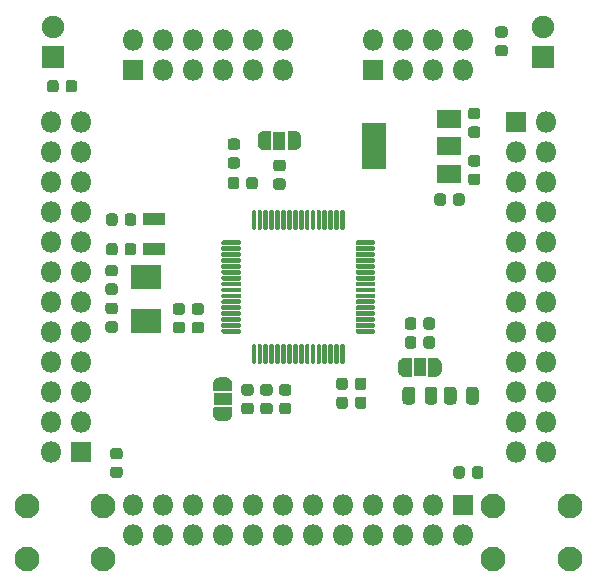
<source format=gbr>
%TF.GenerationSoftware,KiCad,Pcbnew,(5.1.6)-1*%
%TF.CreationDate,2020-11-19T20:50:07+01:00*%
%TF.ProjectId,F373RCT6_MSDB,46333733-5243-4543-965f-4d5344422e6b,rev?*%
%TF.SameCoordinates,Original*%
%TF.FileFunction,Soldermask,Top*%
%TF.FilePolarity,Negative*%
%FSLAX46Y46*%
G04 Gerber Fmt 4.6, Leading zero omitted, Abs format (unit mm)*
G04 Created by KiCad (PCBNEW (5.1.6)-1) date 2020-11-19 20:50:07*
%MOMM*%
%LPD*%
G01*
G04 APERTURE LIST*
%ADD10C,2.100000*%
%ADD11C,1.900000*%
%ADD12R,1.900000X1.900000*%
%ADD13O,1.800000X1.800000*%
%ADD14R,1.800000X1.800000*%
%ADD15R,2.100000X1.600000*%
%ADD16R,2.100000X3.900000*%
%ADD17R,1.900000X1.100000*%
%ADD18R,2.500000X2.100000*%
%ADD19R,1.100000X1.600000*%
%ADD20C,0.100000*%
%ADD21R,1.600000X1.100000*%
G04 APERTURE END LIST*
D10*
%TO.C,SW2*%
X157700000Y-116200000D03*
X157700000Y-120700000D03*
X151200000Y-116200000D03*
X151200000Y-120700000D03*
%TD*%
%TO.C,SW1*%
X118200000Y-116200000D03*
X118200000Y-120700000D03*
X111700000Y-116200000D03*
X111700000Y-120700000D03*
%TD*%
%TO.C,C19*%
G36*
G01*
X149400000Y-113681250D02*
X149400000Y-113118750D01*
G75*
G02*
X149643750Y-112875000I243750J0D01*
G01*
X150131250Y-112875000D01*
G75*
G02*
X150375000Y-113118750I0J-243750D01*
G01*
X150375000Y-113681250D01*
G75*
G02*
X150131250Y-113925000I-243750J0D01*
G01*
X149643750Y-113925000D01*
G75*
G02*
X149400000Y-113681250I0J243750D01*
G01*
G37*
G36*
G01*
X147825000Y-113681250D02*
X147825000Y-113118750D01*
G75*
G02*
X148068750Y-112875000I243750J0D01*
G01*
X148556250Y-112875000D01*
G75*
G02*
X148800000Y-113118750I0J-243750D01*
G01*
X148800000Y-113681250D01*
G75*
G02*
X148556250Y-113925000I-243750J0D01*
G01*
X148068750Y-113925000D01*
G75*
G02*
X147825000Y-113681250I0J243750D01*
G01*
G37*
%TD*%
%TO.C,C7*%
G36*
G01*
X119018750Y-112900000D02*
X119581250Y-112900000D01*
G75*
G02*
X119825000Y-113143750I0J-243750D01*
G01*
X119825000Y-113631250D01*
G75*
G02*
X119581250Y-113875000I-243750J0D01*
G01*
X119018750Y-113875000D01*
G75*
G02*
X118775000Y-113631250I0J243750D01*
G01*
X118775000Y-113143750D01*
G75*
G02*
X119018750Y-112900000I243750J0D01*
G01*
G37*
G36*
G01*
X119018750Y-111325000D02*
X119581250Y-111325000D01*
G75*
G02*
X119825000Y-111568750I0J-243750D01*
G01*
X119825000Y-112056250D01*
G75*
G02*
X119581250Y-112300000I-243750J0D01*
G01*
X119018750Y-112300000D01*
G75*
G02*
X118775000Y-112056250I0J243750D01*
G01*
X118775000Y-111568750D01*
G75*
G02*
X119018750Y-111325000I243750J0D01*
G01*
G37*
%TD*%
%TO.C,R5*%
G36*
G01*
X152181250Y-76600000D02*
X151618750Y-76600000D01*
G75*
G02*
X151375000Y-76356250I0J243750D01*
G01*
X151375000Y-75868750D01*
G75*
G02*
X151618750Y-75625000I243750J0D01*
G01*
X152181250Y-75625000D01*
G75*
G02*
X152425000Y-75868750I0J-243750D01*
G01*
X152425000Y-76356250D01*
G75*
G02*
X152181250Y-76600000I-243750J0D01*
G01*
G37*
G36*
G01*
X152181250Y-78175000D02*
X151618750Y-78175000D01*
G75*
G02*
X151375000Y-77931250I0J243750D01*
G01*
X151375000Y-77443750D01*
G75*
G02*
X151618750Y-77200000I243750J0D01*
G01*
X152181250Y-77200000D01*
G75*
G02*
X152425000Y-77443750I0J-243750D01*
G01*
X152425000Y-77931250D01*
G75*
G02*
X152181250Y-78175000I-243750J0D01*
G01*
G37*
%TD*%
%TO.C,R4*%
G36*
G01*
X114400000Y-80418750D02*
X114400000Y-80981250D01*
G75*
G02*
X114156250Y-81225000I-243750J0D01*
G01*
X113668750Y-81225000D01*
G75*
G02*
X113425000Y-80981250I0J243750D01*
G01*
X113425000Y-80418750D01*
G75*
G02*
X113668750Y-80175000I243750J0D01*
G01*
X114156250Y-80175000D01*
G75*
G02*
X114400000Y-80418750I0J-243750D01*
G01*
G37*
G36*
G01*
X115975000Y-80418750D02*
X115975000Y-80981250D01*
G75*
G02*
X115731250Y-81225000I-243750J0D01*
G01*
X115243750Y-81225000D01*
G75*
G02*
X115000000Y-80981250I0J243750D01*
G01*
X115000000Y-80418750D01*
G75*
G02*
X115243750Y-80175000I243750J0D01*
G01*
X115731250Y-80175000D01*
G75*
G02*
X115975000Y-80418750I0J-243750D01*
G01*
G37*
%TD*%
D11*
%TO.C,D2*%
X155450000Y-75660000D03*
D12*
X155450000Y-78200000D03*
%TD*%
D11*
%TO.C,D1*%
X113950000Y-75660000D03*
D12*
X113950000Y-78200000D03*
%TD*%
%TO.C,C9*%
G36*
G01*
X138900000Y-105618750D02*
X138900000Y-106181250D01*
G75*
G02*
X138656250Y-106425000I-243750J0D01*
G01*
X138168750Y-106425000D01*
G75*
G02*
X137925000Y-106181250I0J243750D01*
G01*
X137925000Y-105618750D01*
G75*
G02*
X138168750Y-105375000I243750J0D01*
G01*
X138656250Y-105375000D01*
G75*
G02*
X138900000Y-105618750I0J-243750D01*
G01*
G37*
G36*
G01*
X140475000Y-105618750D02*
X140475000Y-106181250D01*
G75*
G02*
X140231250Y-106425000I-243750J0D01*
G01*
X139743750Y-106425000D01*
G75*
G02*
X139500000Y-106181250I0J243750D01*
G01*
X139500000Y-105618750D01*
G75*
G02*
X139743750Y-105375000I243750J0D01*
G01*
X140231250Y-105375000D01*
G75*
G02*
X140475000Y-105618750I0J-243750D01*
G01*
G37*
%TD*%
%TO.C,C8*%
G36*
G01*
X138900000Y-107218750D02*
X138900000Y-107781250D01*
G75*
G02*
X138656250Y-108025000I-243750J0D01*
G01*
X138168750Y-108025000D01*
G75*
G02*
X137925000Y-107781250I0J243750D01*
G01*
X137925000Y-107218750D01*
G75*
G02*
X138168750Y-106975000I243750J0D01*
G01*
X138656250Y-106975000D01*
G75*
G02*
X138900000Y-107218750I0J-243750D01*
G01*
G37*
G36*
G01*
X140475000Y-107218750D02*
X140475000Y-107781250D01*
G75*
G02*
X140231250Y-108025000I-243750J0D01*
G01*
X139743750Y-108025000D01*
G75*
G02*
X139500000Y-107781250I0J243750D01*
G01*
X139500000Y-107218750D01*
G75*
G02*
X139743750Y-106975000I243750J0D01*
G01*
X140231250Y-106975000D01*
G75*
G02*
X140475000Y-107218750I0J-243750D01*
G01*
G37*
%TD*%
D13*
%TO.C,J5*%
X155655000Y-111670000D03*
X153115000Y-111670000D03*
X155655000Y-109130000D03*
X153115000Y-109130000D03*
X155655000Y-106590000D03*
X153115000Y-106590000D03*
X155655000Y-104050000D03*
X153115000Y-104050000D03*
X155655000Y-101510000D03*
X153115000Y-101510000D03*
X155655000Y-98970000D03*
X153115000Y-98970000D03*
X155655000Y-96430000D03*
X153115000Y-96430000D03*
X155655000Y-93890000D03*
X153115000Y-93890000D03*
X155655000Y-91350000D03*
X153115000Y-91350000D03*
X155655000Y-88810000D03*
X153115000Y-88810000D03*
X155655000Y-86270000D03*
X153115000Y-86270000D03*
X155655000Y-83730000D03*
D14*
X153115000Y-83730000D03*
%TD*%
D13*
%TO.C,J4*%
X120730000Y-118655000D03*
X120730000Y-116115000D03*
X123270000Y-118655000D03*
X123270000Y-116115000D03*
X125810000Y-118655000D03*
X125810000Y-116115000D03*
X128350000Y-118655000D03*
X128350000Y-116115000D03*
X130890000Y-118655000D03*
X130890000Y-116115000D03*
X133430000Y-118655000D03*
X133430000Y-116115000D03*
X135970000Y-118655000D03*
X135970000Y-116115000D03*
X138510000Y-118655000D03*
X138510000Y-116115000D03*
X141050000Y-118655000D03*
X141050000Y-116115000D03*
X143590000Y-118655000D03*
X143590000Y-116115000D03*
X146130000Y-118655000D03*
X146130000Y-116115000D03*
X148670000Y-118655000D03*
D14*
X148670000Y-116115000D03*
%TD*%
%TO.C,J3*%
X116285000Y-111670000D03*
D13*
X113745000Y-111670000D03*
X116285000Y-109130000D03*
X113745000Y-109130000D03*
X116285000Y-106590000D03*
X113745000Y-106590000D03*
X116285000Y-104050000D03*
X113745000Y-104050000D03*
X116285000Y-101510000D03*
X113745000Y-101510000D03*
X116285000Y-98970000D03*
X113745000Y-98970000D03*
X116285000Y-96430000D03*
X113745000Y-96430000D03*
X116285000Y-93890000D03*
X113745000Y-93890000D03*
X116285000Y-91350000D03*
X113745000Y-91350000D03*
X116285000Y-88810000D03*
X113745000Y-88810000D03*
X116285000Y-86270000D03*
X113745000Y-86270000D03*
X116285000Y-83730000D03*
X113745000Y-83730000D03*
%TD*%
%TO.C,J2*%
X133430000Y-76745000D03*
X133430000Y-79285000D03*
X130890000Y-76745000D03*
X130890000Y-79285000D03*
X128350000Y-76745000D03*
X128350000Y-79285000D03*
X125810000Y-76745000D03*
X125810000Y-79285000D03*
X123270000Y-76745000D03*
X123270000Y-79285000D03*
X120730000Y-76745000D03*
D14*
X120730000Y-79285000D03*
%TD*%
%TO.C,L1*%
G36*
G01*
X145400000Y-107381250D02*
X145400000Y-106418750D01*
G75*
G02*
X145668750Y-106150000I268750J0D01*
G01*
X146206250Y-106150000D01*
G75*
G02*
X146475000Y-106418750I0J-268750D01*
G01*
X146475000Y-107381250D01*
G75*
G02*
X146206250Y-107650000I-268750J0D01*
G01*
X145668750Y-107650000D01*
G75*
G02*
X145400000Y-107381250I0J268750D01*
G01*
G37*
G36*
G01*
X143525000Y-107381250D02*
X143525000Y-106418750D01*
G75*
G02*
X143793750Y-106150000I268750J0D01*
G01*
X144331250Y-106150000D01*
G75*
G02*
X144600000Y-106418750I0J-268750D01*
G01*
X144600000Y-107381250D01*
G75*
G02*
X144331250Y-107650000I-268750J0D01*
G01*
X143793750Y-107650000D01*
G75*
G02*
X143525000Y-107381250I0J268750D01*
G01*
G37*
%TD*%
%TO.C,C18*%
G36*
G01*
X149318750Y-88100000D02*
X149881250Y-88100000D01*
G75*
G02*
X150125000Y-88343750I0J-243750D01*
G01*
X150125000Y-88831250D01*
G75*
G02*
X149881250Y-89075000I-243750J0D01*
G01*
X149318750Y-89075000D01*
G75*
G02*
X149075000Y-88831250I0J243750D01*
G01*
X149075000Y-88343750D01*
G75*
G02*
X149318750Y-88100000I243750J0D01*
G01*
G37*
G36*
G01*
X149318750Y-86525000D02*
X149881250Y-86525000D01*
G75*
G02*
X150125000Y-86768750I0J-243750D01*
G01*
X150125000Y-87256250D01*
G75*
G02*
X149881250Y-87500000I-243750J0D01*
G01*
X149318750Y-87500000D01*
G75*
G02*
X149075000Y-87256250I0J243750D01*
G01*
X149075000Y-86768750D01*
G75*
G02*
X149318750Y-86525000I243750J0D01*
G01*
G37*
%TD*%
%TO.C,C17*%
G36*
G01*
X149318750Y-84100000D02*
X149881250Y-84100000D01*
G75*
G02*
X150125000Y-84343750I0J-243750D01*
G01*
X150125000Y-84831250D01*
G75*
G02*
X149881250Y-85075000I-243750J0D01*
G01*
X149318750Y-85075000D01*
G75*
G02*
X149075000Y-84831250I0J243750D01*
G01*
X149075000Y-84343750D01*
G75*
G02*
X149318750Y-84100000I243750J0D01*
G01*
G37*
G36*
G01*
X149318750Y-82525000D02*
X149881250Y-82525000D01*
G75*
G02*
X150125000Y-82768750I0J-243750D01*
G01*
X150125000Y-83256250D01*
G75*
G02*
X149881250Y-83500000I-243750J0D01*
G01*
X149318750Y-83500000D01*
G75*
G02*
X149075000Y-83256250I0J243750D01*
G01*
X149075000Y-82768750D01*
G75*
G02*
X149318750Y-82525000I243750J0D01*
G01*
G37*
%TD*%
D15*
%TO.C,U2*%
X147450000Y-88100000D03*
X147450000Y-83500000D03*
X147450000Y-85800000D03*
D16*
X141150000Y-85800000D03*
%TD*%
%TO.C,R3*%
G36*
G01*
X147200000Y-90018750D02*
X147200000Y-90581250D01*
G75*
G02*
X146956250Y-90825000I-243750J0D01*
G01*
X146468750Y-90825000D01*
G75*
G02*
X146225000Y-90581250I0J243750D01*
G01*
X146225000Y-90018750D01*
G75*
G02*
X146468750Y-89775000I243750J0D01*
G01*
X146956250Y-89775000D01*
G75*
G02*
X147200000Y-90018750I0J-243750D01*
G01*
G37*
G36*
G01*
X148775000Y-90018750D02*
X148775000Y-90581250D01*
G75*
G02*
X148531250Y-90825000I-243750J0D01*
G01*
X148043750Y-90825000D01*
G75*
G02*
X147800000Y-90581250I0J243750D01*
G01*
X147800000Y-90018750D01*
G75*
G02*
X148043750Y-89775000I243750J0D01*
G01*
X148531250Y-89775000D01*
G75*
G02*
X148775000Y-90018750I0J-243750D01*
G01*
G37*
%TD*%
D13*
%TO.C,J1*%
X148670000Y-76745000D03*
X148670000Y-79285000D03*
X146130000Y-76745000D03*
X146130000Y-79285000D03*
X143590000Y-76745000D03*
X143590000Y-79285000D03*
X141050000Y-76745000D03*
D14*
X141050000Y-79285000D03*
%TD*%
D17*
%TO.C,Y2*%
X122500000Y-94450000D03*
X122500000Y-91950000D03*
%TD*%
D18*
%TO.C,Y1*%
X121800000Y-100550000D03*
X121800000Y-96850000D03*
%TD*%
%TO.C,U1*%
G36*
G01*
X130750000Y-92750000D02*
X130750000Y-91300000D01*
G75*
G02*
X130850000Y-91200000I100000J0D01*
G01*
X131050000Y-91200000D01*
G75*
G02*
X131150000Y-91300000I0J-100000D01*
G01*
X131150000Y-92750000D01*
G75*
G02*
X131050000Y-92850000I-100000J0D01*
G01*
X130850000Y-92850000D01*
G75*
G02*
X130750000Y-92750000I0J100000D01*
G01*
G37*
G36*
G01*
X131250000Y-92750000D02*
X131250000Y-91300000D01*
G75*
G02*
X131350000Y-91200000I100000J0D01*
G01*
X131550000Y-91200000D01*
G75*
G02*
X131650000Y-91300000I0J-100000D01*
G01*
X131650000Y-92750000D01*
G75*
G02*
X131550000Y-92850000I-100000J0D01*
G01*
X131350000Y-92850000D01*
G75*
G02*
X131250000Y-92750000I0J100000D01*
G01*
G37*
G36*
G01*
X131750000Y-92750000D02*
X131750000Y-91300000D01*
G75*
G02*
X131850000Y-91200000I100000J0D01*
G01*
X132050000Y-91200000D01*
G75*
G02*
X132150000Y-91300000I0J-100000D01*
G01*
X132150000Y-92750000D01*
G75*
G02*
X132050000Y-92850000I-100000J0D01*
G01*
X131850000Y-92850000D01*
G75*
G02*
X131750000Y-92750000I0J100000D01*
G01*
G37*
G36*
G01*
X132250000Y-92750000D02*
X132250000Y-91300000D01*
G75*
G02*
X132350000Y-91200000I100000J0D01*
G01*
X132550000Y-91200000D01*
G75*
G02*
X132650000Y-91300000I0J-100000D01*
G01*
X132650000Y-92750000D01*
G75*
G02*
X132550000Y-92850000I-100000J0D01*
G01*
X132350000Y-92850000D01*
G75*
G02*
X132250000Y-92750000I0J100000D01*
G01*
G37*
G36*
G01*
X132750000Y-92750000D02*
X132750000Y-91300000D01*
G75*
G02*
X132850000Y-91200000I100000J0D01*
G01*
X133050000Y-91200000D01*
G75*
G02*
X133150000Y-91300000I0J-100000D01*
G01*
X133150000Y-92750000D01*
G75*
G02*
X133050000Y-92850000I-100000J0D01*
G01*
X132850000Y-92850000D01*
G75*
G02*
X132750000Y-92750000I0J100000D01*
G01*
G37*
G36*
G01*
X133250000Y-92750000D02*
X133250000Y-91300000D01*
G75*
G02*
X133350000Y-91200000I100000J0D01*
G01*
X133550000Y-91200000D01*
G75*
G02*
X133650000Y-91300000I0J-100000D01*
G01*
X133650000Y-92750000D01*
G75*
G02*
X133550000Y-92850000I-100000J0D01*
G01*
X133350000Y-92850000D01*
G75*
G02*
X133250000Y-92750000I0J100000D01*
G01*
G37*
G36*
G01*
X133750000Y-92750000D02*
X133750000Y-91300000D01*
G75*
G02*
X133850000Y-91200000I100000J0D01*
G01*
X134050000Y-91200000D01*
G75*
G02*
X134150000Y-91300000I0J-100000D01*
G01*
X134150000Y-92750000D01*
G75*
G02*
X134050000Y-92850000I-100000J0D01*
G01*
X133850000Y-92850000D01*
G75*
G02*
X133750000Y-92750000I0J100000D01*
G01*
G37*
G36*
G01*
X134250000Y-92750000D02*
X134250000Y-91300000D01*
G75*
G02*
X134350000Y-91200000I100000J0D01*
G01*
X134550000Y-91200000D01*
G75*
G02*
X134650000Y-91300000I0J-100000D01*
G01*
X134650000Y-92750000D01*
G75*
G02*
X134550000Y-92850000I-100000J0D01*
G01*
X134350000Y-92850000D01*
G75*
G02*
X134250000Y-92750000I0J100000D01*
G01*
G37*
G36*
G01*
X134750000Y-92750000D02*
X134750000Y-91300000D01*
G75*
G02*
X134850000Y-91200000I100000J0D01*
G01*
X135050000Y-91200000D01*
G75*
G02*
X135150000Y-91300000I0J-100000D01*
G01*
X135150000Y-92750000D01*
G75*
G02*
X135050000Y-92850000I-100000J0D01*
G01*
X134850000Y-92850000D01*
G75*
G02*
X134750000Y-92750000I0J100000D01*
G01*
G37*
G36*
G01*
X135250000Y-92750000D02*
X135250000Y-91300000D01*
G75*
G02*
X135350000Y-91200000I100000J0D01*
G01*
X135550000Y-91200000D01*
G75*
G02*
X135650000Y-91300000I0J-100000D01*
G01*
X135650000Y-92750000D01*
G75*
G02*
X135550000Y-92850000I-100000J0D01*
G01*
X135350000Y-92850000D01*
G75*
G02*
X135250000Y-92750000I0J100000D01*
G01*
G37*
G36*
G01*
X135750000Y-92750000D02*
X135750000Y-91300000D01*
G75*
G02*
X135850000Y-91200000I100000J0D01*
G01*
X136050000Y-91200000D01*
G75*
G02*
X136150000Y-91300000I0J-100000D01*
G01*
X136150000Y-92750000D01*
G75*
G02*
X136050000Y-92850000I-100000J0D01*
G01*
X135850000Y-92850000D01*
G75*
G02*
X135750000Y-92750000I0J100000D01*
G01*
G37*
G36*
G01*
X136250000Y-92750000D02*
X136250000Y-91300000D01*
G75*
G02*
X136350000Y-91200000I100000J0D01*
G01*
X136550000Y-91200000D01*
G75*
G02*
X136650000Y-91300000I0J-100000D01*
G01*
X136650000Y-92750000D01*
G75*
G02*
X136550000Y-92850000I-100000J0D01*
G01*
X136350000Y-92850000D01*
G75*
G02*
X136250000Y-92750000I0J100000D01*
G01*
G37*
G36*
G01*
X136750000Y-92750000D02*
X136750000Y-91300000D01*
G75*
G02*
X136850000Y-91200000I100000J0D01*
G01*
X137050000Y-91200000D01*
G75*
G02*
X137150000Y-91300000I0J-100000D01*
G01*
X137150000Y-92750000D01*
G75*
G02*
X137050000Y-92850000I-100000J0D01*
G01*
X136850000Y-92850000D01*
G75*
G02*
X136750000Y-92750000I0J100000D01*
G01*
G37*
G36*
G01*
X137250000Y-92750000D02*
X137250000Y-91300000D01*
G75*
G02*
X137350000Y-91200000I100000J0D01*
G01*
X137550000Y-91200000D01*
G75*
G02*
X137650000Y-91300000I0J-100000D01*
G01*
X137650000Y-92750000D01*
G75*
G02*
X137550000Y-92850000I-100000J0D01*
G01*
X137350000Y-92850000D01*
G75*
G02*
X137250000Y-92750000I0J100000D01*
G01*
G37*
G36*
G01*
X137750000Y-92750000D02*
X137750000Y-91300000D01*
G75*
G02*
X137850000Y-91200000I100000J0D01*
G01*
X138050000Y-91200000D01*
G75*
G02*
X138150000Y-91300000I0J-100000D01*
G01*
X138150000Y-92750000D01*
G75*
G02*
X138050000Y-92850000I-100000J0D01*
G01*
X137850000Y-92850000D01*
G75*
G02*
X137750000Y-92750000I0J100000D01*
G01*
G37*
G36*
G01*
X138250000Y-92750000D02*
X138250000Y-91300000D01*
G75*
G02*
X138350000Y-91200000I100000J0D01*
G01*
X138550000Y-91200000D01*
G75*
G02*
X138650000Y-91300000I0J-100000D01*
G01*
X138650000Y-92750000D01*
G75*
G02*
X138550000Y-92850000I-100000J0D01*
G01*
X138350000Y-92850000D01*
G75*
G02*
X138250000Y-92750000I0J100000D01*
G01*
G37*
G36*
G01*
X139550000Y-94050000D02*
X139550000Y-93850000D01*
G75*
G02*
X139650000Y-93750000I100000J0D01*
G01*
X141100000Y-93750000D01*
G75*
G02*
X141200000Y-93850000I0J-100000D01*
G01*
X141200000Y-94050000D01*
G75*
G02*
X141100000Y-94150000I-100000J0D01*
G01*
X139650000Y-94150000D01*
G75*
G02*
X139550000Y-94050000I0J100000D01*
G01*
G37*
G36*
G01*
X139550000Y-94550000D02*
X139550000Y-94350000D01*
G75*
G02*
X139650000Y-94250000I100000J0D01*
G01*
X141100000Y-94250000D01*
G75*
G02*
X141200000Y-94350000I0J-100000D01*
G01*
X141200000Y-94550000D01*
G75*
G02*
X141100000Y-94650000I-100000J0D01*
G01*
X139650000Y-94650000D01*
G75*
G02*
X139550000Y-94550000I0J100000D01*
G01*
G37*
G36*
G01*
X139550000Y-95050000D02*
X139550000Y-94850000D01*
G75*
G02*
X139650000Y-94750000I100000J0D01*
G01*
X141100000Y-94750000D01*
G75*
G02*
X141200000Y-94850000I0J-100000D01*
G01*
X141200000Y-95050000D01*
G75*
G02*
X141100000Y-95150000I-100000J0D01*
G01*
X139650000Y-95150000D01*
G75*
G02*
X139550000Y-95050000I0J100000D01*
G01*
G37*
G36*
G01*
X139550000Y-95550000D02*
X139550000Y-95350000D01*
G75*
G02*
X139650000Y-95250000I100000J0D01*
G01*
X141100000Y-95250000D01*
G75*
G02*
X141200000Y-95350000I0J-100000D01*
G01*
X141200000Y-95550000D01*
G75*
G02*
X141100000Y-95650000I-100000J0D01*
G01*
X139650000Y-95650000D01*
G75*
G02*
X139550000Y-95550000I0J100000D01*
G01*
G37*
G36*
G01*
X139550000Y-96050000D02*
X139550000Y-95850000D01*
G75*
G02*
X139650000Y-95750000I100000J0D01*
G01*
X141100000Y-95750000D01*
G75*
G02*
X141200000Y-95850000I0J-100000D01*
G01*
X141200000Y-96050000D01*
G75*
G02*
X141100000Y-96150000I-100000J0D01*
G01*
X139650000Y-96150000D01*
G75*
G02*
X139550000Y-96050000I0J100000D01*
G01*
G37*
G36*
G01*
X139550000Y-96550000D02*
X139550000Y-96350000D01*
G75*
G02*
X139650000Y-96250000I100000J0D01*
G01*
X141100000Y-96250000D01*
G75*
G02*
X141200000Y-96350000I0J-100000D01*
G01*
X141200000Y-96550000D01*
G75*
G02*
X141100000Y-96650000I-100000J0D01*
G01*
X139650000Y-96650000D01*
G75*
G02*
X139550000Y-96550000I0J100000D01*
G01*
G37*
G36*
G01*
X139550000Y-97050000D02*
X139550000Y-96850000D01*
G75*
G02*
X139650000Y-96750000I100000J0D01*
G01*
X141100000Y-96750000D01*
G75*
G02*
X141200000Y-96850000I0J-100000D01*
G01*
X141200000Y-97050000D01*
G75*
G02*
X141100000Y-97150000I-100000J0D01*
G01*
X139650000Y-97150000D01*
G75*
G02*
X139550000Y-97050000I0J100000D01*
G01*
G37*
G36*
G01*
X139550000Y-97550000D02*
X139550000Y-97350000D01*
G75*
G02*
X139650000Y-97250000I100000J0D01*
G01*
X141100000Y-97250000D01*
G75*
G02*
X141200000Y-97350000I0J-100000D01*
G01*
X141200000Y-97550000D01*
G75*
G02*
X141100000Y-97650000I-100000J0D01*
G01*
X139650000Y-97650000D01*
G75*
G02*
X139550000Y-97550000I0J100000D01*
G01*
G37*
G36*
G01*
X139550000Y-98050000D02*
X139550000Y-97850000D01*
G75*
G02*
X139650000Y-97750000I100000J0D01*
G01*
X141100000Y-97750000D01*
G75*
G02*
X141200000Y-97850000I0J-100000D01*
G01*
X141200000Y-98050000D01*
G75*
G02*
X141100000Y-98150000I-100000J0D01*
G01*
X139650000Y-98150000D01*
G75*
G02*
X139550000Y-98050000I0J100000D01*
G01*
G37*
G36*
G01*
X139550000Y-98550000D02*
X139550000Y-98350000D01*
G75*
G02*
X139650000Y-98250000I100000J0D01*
G01*
X141100000Y-98250000D01*
G75*
G02*
X141200000Y-98350000I0J-100000D01*
G01*
X141200000Y-98550000D01*
G75*
G02*
X141100000Y-98650000I-100000J0D01*
G01*
X139650000Y-98650000D01*
G75*
G02*
X139550000Y-98550000I0J100000D01*
G01*
G37*
G36*
G01*
X139550000Y-99050000D02*
X139550000Y-98850000D01*
G75*
G02*
X139650000Y-98750000I100000J0D01*
G01*
X141100000Y-98750000D01*
G75*
G02*
X141200000Y-98850000I0J-100000D01*
G01*
X141200000Y-99050000D01*
G75*
G02*
X141100000Y-99150000I-100000J0D01*
G01*
X139650000Y-99150000D01*
G75*
G02*
X139550000Y-99050000I0J100000D01*
G01*
G37*
G36*
G01*
X139550000Y-99550000D02*
X139550000Y-99350000D01*
G75*
G02*
X139650000Y-99250000I100000J0D01*
G01*
X141100000Y-99250000D01*
G75*
G02*
X141200000Y-99350000I0J-100000D01*
G01*
X141200000Y-99550000D01*
G75*
G02*
X141100000Y-99650000I-100000J0D01*
G01*
X139650000Y-99650000D01*
G75*
G02*
X139550000Y-99550000I0J100000D01*
G01*
G37*
G36*
G01*
X139550000Y-100050000D02*
X139550000Y-99850000D01*
G75*
G02*
X139650000Y-99750000I100000J0D01*
G01*
X141100000Y-99750000D01*
G75*
G02*
X141200000Y-99850000I0J-100000D01*
G01*
X141200000Y-100050000D01*
G75*
G02*
X141100000Y-100150000I-100000J0D01*
G01*
X139650000Y-100150000D01*
G75*
G02*
X139550000Y-100050000I0J100000D01*
G01*
G37*
G36*
G01*
X139550000Y-100550000D02*
X139550000Y-100350000D01*
G75*
G02*
X139650000Y-100250000I100000J0D01*
G01*
X141100000Y-100250000D01*
G75*
G02*
X141200000Y-100350000I0J-100000D01*
G01*
X141200000Y-100550000D01*
G75*
G02*
X141100000Y-100650000I-100000J0D01*
G01*
X139650000Y-100650000D01*
G75*
G02*
X139550000Y-100550000I0J100000D01*
G01*
G37*
G36*
G01*
X139550000Y-101050000D02*
X139550000Y-100850000D01*
G75*
G02*
X139650000Y-100750000I100000J0D01*
G01*
X141100000Y-100750000D01*
G75*
G02*
X141200000Y-100850000I0J-100000D01*
G01*
X141200000Y-101050000D01*
G75*
G02*
X141100000Y-101150000I-100000J0D01*
G01*
X139650000Y-101150000D01*
G75*
G02*
X139550000Y-101050000I0J100000D01*
G01*
G37*
G36*
G01*
X139550000Y-101550000D02*
X139550000Y-101350000D01*
G75*
G02*
X139650000Y-101250000I100000J0D01*
G01*
X141100000Y-101250000D01*
G75*
G02*
X141200000Y-101350000I0J-100000D01*
G01*
X141200000Y-101550000D01*
G75*
G02*
X141100000Y-101650000I-100000J0D01*
G01*
X139650000Y-101650000D01*
G75*
G02*
X139550000Y-101550000I0J100000D01*
G01*
G37*
G36*
G01*
X138250000Y-104100000D02*
X138250000Y-102650000D01*
G75*
G02*
X138350000Y-102550000I100000J0D01*
G01*
X138550000Y-102550000D01*
G75*
G02*
X138650000Y-102650000I0J-100000D01*
G01*
X138650000Y-104100000D01*
G75*
G02*
X138550000Y-104200000I-100000J0D01*
G01*
X138350000Y-104200000D01*
G75*
G02*
X138250000Y-104100000I0J100000D01*
G01*
G37*
G36*
G01*
X137750000Y-104100000D02*
X137750000Y-102650000D01*
G75*
G02*
X137850000Y-102550000I100000J0D01*
G01*
X138050000Y-102550000D01*
G75*
G02*
X138150000Y-102650000I0J-100000D01*
G01*
X138150000Y-104100000D01*
G75*
G02*
X138050000Y-104200000I-100000J0D01*
G01*
X137850000Y-104200000D01*
G75*
G02*
X137750000Y-104100000I0J100000D01*
G01*
G37*
G36*
G01*
X137250000Y-104100000D02*
X137250000Y-102650000D01*
G75*
G02*
X137350000Y-102550000I100000J0D01*
G01*
X137550000Y-102550000D01*
G75*
G02*
X137650000Y-102650000I0J-100000D01*
G01*
X137650000Y-104100000D01*
G75*
G02*
X137550000Y-104200000I-100000J0D01*
G01*
X137350000Y-104200000D01*
G75*
G02*
X137250000Y-104100000I0J100000D01*
G01*
G37*
G36*
G01*
X136750000Y-104100000D02*
X136750000Y-102650000D01*
G75*
G02*
X136850000Y-102550000I100000J0D01*
G01*
X137050000Y-102550000D01*
G75*
G02*
X137150000Y-102650000I0J-100000D01*
G01*
X137150000Y-104100000D01*
G75*
G02*
X137050000Y-104200000I-100000J0D01*
G01*
X136850000Y-104200000D01*
G75*
G02*
X136750000Y-104100000I0J100000D01*
G01*
G37*
G36*
G01*
X136250000Y-104100000D02*
X136250000Y-102650000D01*
G75*
G02*
X136350000Y-102550000I100000J0D01*
G01*
X136550000Y-102550000D01*
G75*
G02*
X136650000Y-102650000I0J-100000D01*
G01*
X136650000Y-104100000D01*
G75*
G02*
X136550000Y-104200000I-100000J0D01*
G01*
X136350000Y-104200000D01*
G75*
G02*
X136250000Y-104100000I0J100000D01*
G01*
G37*
G36*
G01*
X135750000Y-104100000D02*
X135750000Y-102650000D01*
G75*
G02*
X135850000Y-102550000I100000J0D01*
G01*
X136050000Y-102550000D01*
G75*
G02*
X136150000Y-102650000I0J-100000D01*
G01*
X136150000Y-104100000D01*
G75*
G02*
X136050000Y-104200000I-100000J0D01*
G01*
X135850000Y-104200000D01*
G75*
G02*
X135750000Y-104100000I0J100000D01*
G01*
G37*
G36*
G01*
X135250000Y-104100000D02*
X135250000Y-102650000D01*
G75*
G02*
X135350000Y-102550000I100000J0D01*
G01*
X135550000Y-102550000D01*
G75*
G02*
X135650000Y-102650000I0J-100000D01*
G01*
X135650000Y-104100000D01*
G75*
G02*
X135550000Y-104200000I-100000J0D01*
G01*
X135350000Y-104200000D01*
G75*
G02*
X135250000Y-104100000I0J100000D01*
G01*
G37*
G36*
G01*
X134750000Y-104100000D02*
X134750000Y-102650000D01*
G75*
G02*
X134850000Y-102550000I100000J0D01*
G01*
X135050000Y-102550000D01*
G75*
G02*
X135150000Y-102650000I0J-100000D01*
G01*
X135150000Y-104100000D01*
G75*
G02*
X135050000Y-104200000I-100000J0D01*
G01*
X134850000Y-104200000D01*
G75*
G02*
X134750000Y-104100000I0J100000D01*
G01*
G37*
G36*
G01*
X134250000Y-104100000D02*
X134250000Y-102650000D01*
G75*
G02*
X134350000Y-102550000I100000J0D01*
G01*
X134550000Y-102550000D01*
G75*
G02*
X134650000Y-102650000I0J-100000D01*
G01*
X134650000Y-104100000D01*
G75*
G02*
X134550000Y-104200000I-100000J0D01*
G01*
X134350000Y-104200000D01*
G75*
G02*
X134250000Y-104100000I0J100000D01*
G01*
G37*
G36*
G01*
X133750000Y-104100000D02*
X133750000Y-102650000D01*
G75*
G02*
X133850000Y-102550000I100000J0D01*
G01*
X134050000Y-102550000D01*
G75*
G02*
X134150000Y-102650000I0J-100000D01*
G01*
X134150000Y-104100000D01*
G75*
G02*
X134050000Y-104200000I-100000J0D01*
G01*
X133850000Y-104200000D01*
G75*
G02*
X133750000Y-104100000I0J100000D01*
G01*
G37*
G36*
G01*
X133250000Y-104100000D02*
X133250000Y-102650000D01*
G75*
G02*
X133350000Y-102550000I100000J0D01*
G01*
X133550000Y-102550000D01*
G75*
G02*
X133650000Y-102650000I0J-100000D01*
G01*
X133650000Y-104100000D01*
G75*
G02*
X133550000Y-104200000I-100000J0D01*
G01*
X133350000Y-104200000D01*
G75*
G02*
X133250000Y-104100000I0J100000D01*
G01*
G37*
G36*
G01*
X132750000Y-104100000D02*
X132750000Y-102650000D01*
G75*
G02*
X132850000Y-102550000I100000J0D01*
G01*
X133050000Y-102550000D01*
G75*
G02*
X133150000Y-102650000I0J-100000D01*
G01*
X133150000Y-104100000D01*
G75*
G02*
X133050000Y-104200000I-100000J0D01*
G01*
X132850000Y-104200000D01*
G75*
G02*
X132750000Y-104100000I0J100000D01*
G01*
G37*
G36*
G01*
X132250000Y-104100000D02*
X132250000Y-102650000D01*
G75*
G02*
X132350000Y-102550000I100000J0D01*
G01*
X132550000Y-102550000D01*
G75*
G02*
X132650000Y-102650000I0J-100000D01*
G01*
X132650000Y-104100000D01*
G75*
G02*
X132550000Y-104200000I-100000J0D01*
G01*
X132350000Y-104200000D01*
G75*
G02*
X132250000Y-104100000I0J100000D01*
G01*
G37*
G36*
G01*
X131750000Y-104100000D02*
X131750000Y-102650000D01*
G75*
G02*
X131850000Y-102550000I100000J0D01*
G01*
X132050000Y-102550000D01*
G75*
G02*
X132150000Y-102650000I0J-100000D01*
G01*
X132150000Y-104100000D01*
G75*
G02*
X132050000Y-104200000I-100000J0D01*
G01*
X131850000Y-104200000D01*
G75*
G02*
X131750000Y-104100000I0J100000D01*
G01*
G37*
G36*
G01*
X131250000Y-104100000D02*
X131250000Y-102650000D01*
G75*
G02*
X131350000Y-102550000I100000J0D01*
G01*
X131550000Y-102550000D01*
G75*
G02*
X131650000Y-102650000I0J-100000D01*
G01*
X131650000Y-104100000D01*
G75*
G02*
X131550000Y-104200000I-100000J0D01*
G01*
X131350000Y-104200000D01*
G75*
G02*
X131250000Y-104100000I0J100000D01*
G01*
G37*
G36*
G01*
X130750000Y-104100000D02*
X130750000Y-102650000D01*
G75*
G02*
X130850000Y-102550000I100000J0D01*
G01*
X131050000Y-102550000D01*
G75*
G02*
X131150000Y-102650000I0J-100000D01*
G01*
X131150000Y-104100000D01*
G75*
G02*
X131050000Y-104200000I-100000J0D01*
G01*
X130850000Y-104200000D01*
G75*
G02*
X130750000Y-104100000I0J100000D01*
G01*
G37*
G36*
G01*
X128200000Y-101550000D02*
X128200000Y-101350000D01*
G75*
G02*
X128300000Y-101250000I100000J0D01*
G01*
X129750000Y-101250000D01*
G75*
G02*
X129850000Y-101350000I0J-100000D01*
G01*
X129850000Y-101550000D01*
G75*
G02*
X129750000Y-101650000I-100000J0D01*
G01*
X128300000Y-101650000D01*
G75*
G02*
X128200000Y-101550000I0J100000D01*
G01*
G37*
G36*
G01*
X128200000Y-101050000D02*
X128200000Y-100850000D01*
G75*
G02*
X128300000Y-100750000I100000J0D01*
G01*
X129750000Y-100750000D01*
G75*
G02*
X129850000Y-100850000I0J-100000D01*
G01*
X129850000Y-101050000D01*
G75*
G02*
X129750000Y-101150000I-100000J0D01*
G01*
X128300000Y-101150000D01*
G75*
G02*
X128200000Y-101050000I0J100000D01*
G01*
G37*
G36*
G01*
X128200000Y-100550000D02*
X128200000Y-100350000D01*
G75*
G02*
X128300000Y-100250000I100000J0D01*
G01*
X129750000Y-100250000D01*
G75*
G02*
X129850000Y-100350000I0J-100000D01*
G01*
X129850000Y-100550000D01*
G75*
G02*
X129750000Y-100650000I-100000J0D01*
G01*
X128300000Y-100650000D01*
G75*
G02*
X128200000Y-100550000I0J100000D01*
G01*
G37*
G36*
G01*
X128200000Y-100050000D02*
X128200000Y-99850000D01*
G75*
G02*
X128300000Y-99750000I100000J0D01*
G01*
X129750000Y-99750000D01*
G75*
G02*
X129850000Y-99850000I0J-100000D01*
G01*
X129850000Y-100050000D01*
G75*
G02*
X129750000Y-100150000I-100000J0D01*
G01*
X128300000Y-100150000D01*
G75*
G02*
X128200000Y-100050000I0J100000D01*
G01*
G37*
G36*
G01*
X128200000Y-99550000D02*
X128200000Y-99350000D01*
G75*
G02*
X128300000Y-99250000I100000J0D01*
G01*
X129750000Y-99250000D01*
G75*
G02*
X129850000Y-99350000I0J-100000D01*
G01*
X129850000Y-99550000D01*
G75*
G02*
X129750000Y-99650000I-100000J0D01*
G01*
X128300000Y-99650000D01*
G75*
G02*
X128200000Y-99550000I0J100000D01*
G01*
G37*
G36*
G01*
X128200000Y-99050000D02*
X128200000Y-98850000D01*
G75*
G02*
X128300000Y-98750000I100000J0D01*
G01*
X129750000Y-98750000D01*
G75*
G02*
X129850000Y-98850000I0J-100000D01*
G01*
X129850000Y-99050000D01*
G75*
G02*
X129750000Y-99150000I-100000J0D01*
G01*
X128300000Y-99150000D01*
G75*
G02*
X128200000Y-99050000I0J100000D01*
G01*
G37*
G36*
G01*
X128200000Y-98550000D02*
X128200000Y-98350000D01*
G75*
G02*
X128300000Y-98250000I100000J0D01*
G01*
X129750000Y-98250000D01*
G75*
G02*
X129850000Y-98350000I0J-100000D01*
G01*
X129850000Y-98550000D01*
G75*
G02*
X129750000Y-98650000I-100000J0D01*
G01*
X128300000Y-98650000D01*
G75*
G02*
X128200000Y-98550000I0J100000D01*
G01*
G37*
G36*
G01*
X128200000Y-98050000D02*
X128200000Y-97850000D01*
G75*
G02*
X128300000Y-97750000I100000J0D01*
G01*
X129750000Y-97750000D01*
G75*
G02*
X129850000Y-97850000I0J-100000D01*
G01*
X129850000Y-98050000D01*
G75*
G02*
X129750000Y-98150000I-100000J0D01*
G01*
X128300000Y-98150000D01*
G75*
G02*
X128200000Y-98050000I0J100000D01*
G01*
G37*
G36*
G01*
X128200000Y-97550000D02*
X128200000Y-97350000D01*
G75*
G02*
X128300000Y-97250000I100000J0D01*
G01*
X129750000Y-97250000D01*
G75*
G02*
X129850000Y-97350000I0J-100000D01*
G01*
X129850000Y-97550000D01*
G75*
G02*
X129750000Y-97650000I-100000J0D01*
G01*
X128300000Y-97650000D01*
G75*
G02*
X128200000Y-97550000I0J100000D01*
G01*
G37*
G36*
G01*
X128200000Y-97050000D02*
X128200000Y-96850000D01*
G75*
G02*
X128300000Y-96750000I100000J0D01*
G01*
X129750000Y-96750000D01*
G75*
G02*
X129850000Y-96850000I0J-100000D01*
G01*
X129850000Y-97050000D01*
G75*
G02*
X129750000Y-97150000I-100000J0D01*
G01*
X128300000Y-97150000D01*
G75*
G02*
X128200000Y-97050000I0J100000D01*
G01*
G37*
G36*
G01*
X128200000Y-96550000D02*
X128200000Y-96350000D01*
G75*
G02*
X128300000Y-96250000I100000J0D01*
G01*
X129750000Y-96250000D01*
G75*
G02*
X129850000Y-96350000I0J-100000D01*
G01*
X129850000Y-96550000D01*
G75*
G02*
X129750000Y-96650000I-100000J0D01*
G01*
X128300000Y-96650000D01*
G75*
G02*
X128200000Y-96550000I0J100000D01*
G01*
G37*
G36*
G01*
X128200000Y-96050000D02*
X128200000Y-95850000D01*
G75*
G02*
X128300000Y-95750000I100000J0D01*
G01*
X129750000Y-95750000D01*
G75*
G02*
X129850000Y-95850000I0J-100000D01*
G01*
X129850000Y-96050000D01*
G75*
G02*
X129750000Y-96150000I-100000J0D01*
G01*
X128300000Y-96150000D01*
G75*
G02*
X128200000Y-96050000I0J100000D01*
G01*
G37*
G36*
G01*
X128200000Y-95550000D02*
X128200000Y-95350000D01*
G75*
G02*
X128300000Y-95250000I100000J0D01*
G01*
X129750000Y-95250000D01*
G75*
G02*
X129850000Y-95350000I0J-100000D01*
G01*
X129850000Y-95550000D01*
G75*
G02*
X129750000Y-95650000I-100000J0D01*
G01*
X128300000Y-95650000D01*
G75*
G02*
X128200000Y-95550000I0J100000D01*
G01*
G37*
G36*
G01*
X128200000Y-95050000D02*
X128200000Y-94850000D01*
G75*
G02*
X128300000Y-94750000I100000J0D01*
G01*
X129750000Y-94750000D01*
G75*
G02*
X129850000Y-94850000I0J-100000D01*
G01*
X129850000Y-95050000D01*
G75*
G02*
X129750000Y-95150000I-100000J0D01*
G01*
X128300000Y-95150000D01*
G75*
G02*
X128200000Y-95050000I0J100000D01*
G01*
G37*
G36*
G01*
X128200000Y-94550000D02*
X128200000Y-94350000D01*
G75*
G02*
X128300000Y-94250000I100000J0D01*
G01*
X129750000Y-94250000D01*
G75*
G02*
X129850000Y-94350000I0J-100000D01*
G01*
X129850000Y-94550000D01*
G75*
G02*
X129750000Y-94650000I-100000J0D01*
G01*
X128300000Y-94650000D01*
G75*
G02*
X128200000Y-94550000I0J100000D01*
G01*
G37*
G36*
G01*
X128200000Y-94050000D02*
X128200000Y-93850000D01*
G75*
G02*
X128300000Y-93750000I100000J0D01*
G01*
X129750000Y-93750000D01*
G75*
G02*
X129850000Y-93850000I0J-100000D01*
G01*
X129850000Y-94050000D01*
G75*
G02*
X129750000Y-94150000I-100000J0D01*
G01*
X128300000Y-94150000D01*
G75*
G02*
X128200000Y-94050000I0J100000D01*
G01*
G37*
%TD*%
%TO.C,R2*%
G36*
G01*
X128968750Y-86700000D02*
X129531250Y-86700000D01*
G75*
G02*
X129775000Y-86943750I0J-243750D01*
G01*
X129775000Y-87431250D01*
G75*
G02*
X129531250Y-87675000I-243750J0D01*
G01*
X128968750Y-87675000D01*
G75*
G02*
X128725000Y-87431250I0J243750D01*
G01*
X128725000Y-86943750D01*
G75*
G02*
X128968750Y-86700000I243750J0D01*
G01*
G37*
G36*
G01*
X128968750Y-85125000D02*
X129531250Y-85125000D01*
G75*
G02*
X129775000Y-85368750I0J-243750D01*
G01*
X129775000Y-85856250D01*
G75*
G02*
X129531250Y-86100000I-243750J0D01*
G01*
X128968750Y-86100000D01*
G75*
G02*
X128725000Y-85856250I0J243750D01*
G01*
X128725000Y-85368750D01*
G75*
G02*
X128968750Y-85125000I243750J0D01*
G01*
G37*
%TD*%
%TO.C,R1*%
G36*
G01*
X132818750Y-88500000D02*
X133381250Y-88500000D01*
G75*
G02*
X133625000Y-88743750I0J-243750D01*
G01*
X133625000Y-89231250D01*
G75*
G02*
X133381250Y-89475000I-243750J0D01*
G01*
X132818750Y-89475000D01*
G75*
G02*
X132575000Y-89231250I0J243750D01*
G01*
X132575000Y-88743750D01*
G75*
G02*
X132818750Y-88500000I243750J0D01*
G01*
G37*
G36*
G01*
X132818750Y-86925000D02*
X133381250Y-86925000D01*
G75*
G02*
X133625000Y-87168750I0J-243750D01*
G01*
X133625000Y-87656250D01*
G75*
G02*
X133381250Y-87900000I-243750J0D01*
G01*
X132818750Y-87900000D01*
G75*
G02*
X132575000Y-87656250I0J243750D01*
G01*
X132575000Y-87168750D01*
G75*
G02*
X132818750Y-86925000I243750J0D01*
G01*
G37*
%TD*%
D19*
%TO.C,JP3*%
X133100000Y-85300000D03*
D20*
G36*
X134406111Y-84500602D02*
G01*
X134424534Y-84500602D01*
X134429435Y-84500843D01*
X134478266Y-84505653D01*
X134483119Y-84506373D01*
X134531244Y-84515945D01*
X134536005Y-84517137D01*
X134582960Y-84531381D01*
X134587579Y-84533034D01*
X134632912Y-84551811D01*
X134637349Y-84553909D01*
X134680622Y-84577040D01*
X134684829Y-84579562D01*
X134725628Y-84606822D01*
X134729570Y-84609746D01*
X134767499Y-84640874D01*
X134771134Y-84644169D01*
X134805831Y-84678866D01*
X134809126Y-84682501D01*
X134840254Y-84720430D01*
X134843178Y-84724372D01*
X134870438Y-84765171D01*
X134872960Y-84769378D01*
X134896091Y-84812651D01*
X134898189Y-84817088D01*
X134916966Y-84862421D01*
X134918619Y-84867040D01*
X134932863Y-84913995D01*
X134934055Y-84918756D01*
X134943627Y-84966881D01*
X134944347Y-84971734D01*
X134949157Y-85020565D01*
X134949398Y-85025466D01*
X134949398Y-85043889D01*
X134950000Y-85050000D01*
X134950000Y-85550000D01*
X134949398Y-85556111D01*
X134949398Y-85574534D01*
X134949157Y-85579435D01*
X134944347Y-85628266D01*
X134943627Y-85633119D01*
X134934055Y-85681244D01*
X134932863Y-85686005D01*
X134918619Y-85732960D01*
X134916966Y-85737579D01*
X134898189Y-85782912D01*
X134896091Y-85787349D01*
X134872960Y-85830622D01*
X134870438Y-85834829D01*
X134843178Y-85875628D01*
X134840254Y-85879570D01*
X134809126Y-85917499D01*
X134805831Y-85921134D01*
X134771134Y-85955831D01*
X134767499Y-85959126D01*
X134729570Y-85990254D01*
X134725628Y-85993178D01*
X134684829Y-86020438D01*
X134680622Y-86022960D01*
X134637349Y-86046091D01*
X134632912Y-86048189D01*
X134587579Y-86066966D01*
X134582960Y-86068619D01*
X134536005Y-86082863D01*
X134531244Y-86084055D01*
X134483119Y-86093627D01*
X134478266Y-86094347D01*
X134429435Y-86099157D01*
X134424534Y-86099398D01*
X134406111Y-86099398D01*
X134400000Y-86100000D01*
X133850000Y-86100000D01*
X133840245Y-86099039D01*
X133830866Y-86096194D01*
X133822221Y-86091573D01*
X133814645Y-86085355D01*
X133808427Y-86077779D01*
X133803806Y-86069134D01*
X133800961Y-86059755D01*
X133800000Y-86050000D01*
X133800000Y-84550000D01*
X133800961Y-84540245D01*
X133803806Y-84530866D01*
X133808427Y-84522221D01*
X133814645Y-84514645D01*
X133822221Y-84508427D01*
X133830866Y-84503806D01*
X133840245Y-84500961D01*
X133850000Y-84500000D01*
X134400000Y-84500000D01*
X134406111Y-84500602D01*
G37*
G36*
X132359755Y-84500961D02*
G01*
X132369134Y-84503806D01*
X132377779Y-84508427D01*
X132385355Y-84514645D01*
X132391573Y-84522221D01*
X132396194Y-84530866D01*
X132399039Y-84540245D01*
X132400000Y-84550000D01*
X132400000Y-86050000D01*
X132399039Y-86059755D01*
X132396194Y-86069134D01*
X132391573Y-86077779D01*
X132385355Y-86085355D01*
X132377779Y-86091573D01*
X132369134Y-86096194D01*
X132359755Y-86099039D01*
X132350000Y-86100000D01*
X131800000Y-86100000D01*
X131793889Y-86099398D01*
X131775466Y-86099398D01*
X131770565Y-86099157D01*
X131721734Y-86094347D01*
X131716881Y-86093627D01*
X131668756Y-86084055D01*
X131663995Y-86082863D01*
X131617040Y-86068619D01*
X131612421Y-86066966D01*
X131567088Y-86048189D01*
X131562651Y-86046091D01*
X131519378Y-86022960D01*
X131515171Y-86020438D01*
X131474372Y-85993178D01*
X131470430Y-85990254D01*
X131432501Y-85959126D01*
X131428866Y-85955831D01*
X131394169Y-85921134D01*
X131390874Y-85917499D01*
X131359746Y-85879570D01*
X131356822Y-85875628D01*
X131329562Y-85834829D01*
X131327040Y-85830622D01*
X131303909Y-85787349D01*
X131301811Y-85782912D01*
X131283034Y-85737579D01*
X131281381Y-85732960D01*
X131267137Y-85686005D01*
X131265945Y-85681244D01*
X131256373Y-85633119D01*
X131255653Y-85628266D01*
X131250843Y-85579435D01*
X131250602Y-85574534D01*
X131250602Y-85556111D01*
X131250000Y-85550000D01*
X131250000Y-85050000D01*
X131250602Y-85043889D01*
X131250602Y-85025466D01*
X131250843Y-85020565D01*
X131255653Y-84971734D01*
X131256373Y-84966881D01*
X131265945Y-84918756D01*
X131267137Y-84913995D01*
X131281381Y-84867040D01*
X131283034Y-84862421D01*
X131301811Y-84817088D01*
X131303909Y-84812651D01*
X131327040Y-84769378D01*
X131329562Y-84765171D01*
X131356822Y-84724372D01*
X131359746Y-84720430D01*
X131390874Y-84682501D01*
X131394169Y-84678866D01*
X131428866Y-84644169D01*
X131432501Y-84640874D01*
X131470430Y-84609746D01*
X131474372Y-84606822D01*
X131515171Y-84579562D01*
X131519378Y-84577040D01*
X131562651Y-84553909D01*
X131567088Y-84551811D01*
X131612421Y-84533034D01*
X131617040Y-84531381D01*
X131663995Y-84517137D01*
X131668756Y-84515945D01*
X131716881Y-84506373D01*
X131721734Y-84505653D01*
X131770565Y-84500843D01*
X131775466Y-84500602D01*
X131793889Y-84500602D01*
X131800000Y-84500000D01*
X132350000Y-84500000D01*
X132359755Y-84500961D01*
G37*
%TD*%
D21*
%TO.C,JP2*%
X128300000Y-107200000D03*
D20*
G36*
X129099398Y-108506111D02*
G01*
X129099398Y-108524534D01*
X129099157Y-108529435D01*
X129094347Y-108578266D01*
X129093627Y-108583119D01*
X129084055Y-108631244D01*
X129082863Y-108636005D01*
X129068619Y-108682960D01*
X129066966Y-108687579D01*
X129048189Y-108732912D01*
X129046091Y-108737349D01*
X129022960Y-108780622D01*
X129020438Y-108784829D01*
X128993178Y-108825628D01*
X128990254Y-108829570D01*
X128959126Y-108867499D01*
X128955831Y-108871134D01*
X128921134Y-108905831D01*
X128917499Y-108909126D01*
X128879570Y-108940254D01*
X128875628Y-108943178D01*
X128834829Y-108970438D01*
X128830622Y-108972960D01*
X128787349Y-108996091D01*
X128782912Y-108998189D01*
X128737579Y-109016966D01*
X128732960Y-109018619D01*
X128686005Y-109032863D01*
X128681244Y-109034055D01*
X128633119Y-109043627D01*
X128628266Y-109044347D01*
X128579435Y-109049157D01*
X128574534Y-109049398D01*
X128556111Y-109049398D01*
X128550000Y-109050000D01*
X128050000Y-109050000D01*
X128043889Y-109049398D01*
X128025466Y-109049398D01*
X128020565Y-109049157D01*
X127971734Y-109044347D01*
X127966881Y-109043627D01*
X127918756Y-109034055D01*
X127913995Y-109032863D01*
X127867040Y-109018619D01*
X127862421Y-109016966D01*
X127817088Y-108998189D01*
X127812651Y-108996091D01*
X127769378Y-108972960D01*
X127765171Y-108970438D01*
X127724372Y-108943178D01*
X127720430Y-108940254D01*
X127682501Y-108909126D01*
X127678866Y-108905831D01*
X127644169Y-108871134D01*
X127640874Y-108867499D01*
X127609746Y-108829570D01*
X127606822Y-108825628D01*
X127579562Y-108784829D01*
X127577040Y-108780622D01*
X127553909Y-108737349D01*
X127551811Y-108732912D01*
X127533034Y-108687579D01*
X127531381Y-108682960D01*
X127517137Y-108636005D01*
X127515945Y-108631244D01*
X127506373Y-108583119D01*
X127505653Y-108578266D01*
X127500843Y-108529435D01*
X127500602Y-108524534D01*
X127500602Y-108506111D01*
X127500000Y-108500000D01*
X127500000Y-107950000D01*
X127500961Y-107940245D01*
X127503806Y-107930866D01*
X127508427Y-107922221D01*
X127514645Y-107914645D01*
X127522221Y-107908427D01*
X127530866Y-107903806D01*
X127540245Y-107900961D01*
X127550000Y-107900000D01*
X129050000Y-107900000D01*
X129059755Y-107900961D01*
X129069134Y-107903806D01*
X129077779Y-107908427D01*
X129085355Y-107914645D01*
X129091573Y-107922221D01*
X129096194Y-107930866D01*
X129099039Y-107940245D01*
X129100000Y-107950000D01*
X129100000Y-108500000D01*
X129099398Y-108506111D01*
G37*
G36*
X129099039Y-106459755D02*
G01*
X129096194Y-106469134D01*
X129091573Y-106477779D01*
X129085355Y-106485355D01*
X129077779Y-106491573D01*
X129069134Y-106496194D01*
X129059755Y-106499039D01*
X129050000Y-106500000D01*
X127550000Y-106500000D01*
X127540245Y-106499039D01*
X127530866Y-106496194D01*
X127522221Y-106491573D01*
X127514645Y-106485355D01*
X127508427Y-106477779D01*
X127503806Y-106469134D01*
X127500961Y-106459755D01*
X127500000Y-106450000D01*
X127500000Y-105900000D01*
X127500602Y-105893889D01*
X127500602Y-105875466D01*
X127500843Y-105870565D01*
X127505653Y-105821734D01*
X127506373Y-105816881D01*
X127515945Y-105768756D01*
X127517137Y-105763995D01*
X127531381Y-105717040D01*
X127533034Y-105712421D01*
X127551811Y-105667088D01*
X127553909Y-105662651D01*
X127577040Y-105619378D01*
X127579562Y-105615171D01*
X127606822Y-105574372D01*
X127609746Y-105570430D01*
X127640874Y-105532501D01*
X127644169Y-105528866D01*
X127678866Y-105494169D01*
X127682501Y-105490874D01*
X127720430Y-105459746D01*
X127724372Y-105456822D01*
X127765171Y-105429562D01*
X127769378Y-105427040D01*
X127812651Y-105403909D01*
X127817088Y-105401811D01*
X127862421Y-105383034D01*
X127867040Y-105381381D01*
X127913995Y-105367137D01*
X127918756Y-105365945D01*
X127966881Y-105356373D01*
X127971734Y-105355653D01*
X128020565Y-105350843D01*
X128025466Y-105350602D01*
X128043889Y-105350602D01*
X128050000Y-105350000D01*
X128550000Y-105350000D01*
X128556111Y-105350602D01*
X128574534Y-105350602D01*
X128579435Y-105350843D01*
X128628266Y-105355653D01*
X128633119Y-105356373D01*
X128681244Y-105365945D01*
X128686005Y-105367137D01*
X128732960Y-105381381D01*
X128737579Y-105383034D01*
X128782912Y-105401811D01*
X128787349Y-105403909D01*
X128830622Y-105427040D01*
X128834829Y-105429562D01*
X128875628Y-105456822D01*
X128879570Y-105459746D01*
X128917499Y-105490874D01*
X128921134Y-105494169D01*
X128955831Y-105528866D01*
X128959126Y-105532501D01*
X128990254Y-105570430D01*
X128993178Y-105574372D01*
X129020438Y-105615171D01*
X129022960Y-105619378D01*
X129046091Y-105662651D01*
X129048189Y-105667088D01*
X129066966Y-105712421D01*
X129068619Y-105717040D01*
X129082863Y-105763995D01*
X129084055Y-105768756D01*
X129093627Y-105816881D01*
X129094347Y-105821734D01*
X129099157Y-105870565D01*
X129099398Y-105875466D01*
X129099398Y-105893889D01*
X129100000Y-105900000D01*
X129100000Y-106450000D01*
X129099039Y-106459755D01*
G37*
%TD*%
D19*
%TO.C,JP1*%
X145000000Y-104500000D03*
D20*
G36*
X146306111Y-103700602D02*
G01*
X146324534Y-103700602D01*
X146329435Y-103700843D01*
X146378266Y-103705653D01*
X146383119Y-103706373D01*
X146431244Y-103715945D01*
X146436005Y-103717137D01*
X146482960Y-103731381D01*
X146487579Y-103733034D01*
X146532912Y-103751811D01*
X146537349Y-103753909D01*
X146580622Y-103777040D01*
X146584829Y-103779562D01*
X146625628Y-103806822D01*
X146629570Y-103809746D01*
X146667499Y-103840874D01*
X146671134Y-103844169D01*
X146705831Y-103878866D01*
X146709126Y-103882501D01*
X146740254Y-103920430D01*
X146743178Y-103924372D01*
X146770438Y-103965171D01*
X146772960Y-103969378D01*
X146796091Y-104012651D01*
X146798189Y-104017088D01*
X146816966Y-104062421D01*
X146818619Y-104067040D01*
X146832863Y-104113995D01*
X146834055Y-104118756D01*
X146843627Y-104166881D01*
X146844347Y-104171734D01*
X146849157Y-104220565D01*
X146849398Y-104225466D01*
X146849398Y-104243889D01*
X146850000Y-104250000D01*
X146850000Y-104750000D01*
X146849398Y-104756111D01*
X146849398Y-104774534D01*
X146849157Y-104779435D01*
X146844347Y-104828266D01*
X146843627Y-104833119D01*
X146834055Y-104881244D01*
X146832863Y-104886005D01*
X146818619Y-104932960D01*
X146816966Y-104937579D01*
X146798189Y-104982912D01*
X146796091Y-104987349D01*
X146772960Y-105030622D01*
X146770438Y-105034829D01*
X146743178Y-105075628D01*
X146740254Y-105079570D01*
X146709126Y-105117499D01*
X146705831Y-105121134D01*
X146671134Y-105155831D01*
X146667499Y-105159126D01*
X146629570Y-105190254D01*
X146625628Y-105193178D01*
X146584829Y-105220438D01*
X146580622Y-105222960D01*
X146537349Y-105246091D01*
X146532912Y-105248189D01*
X146487579Y-105266966D01*
X146482960Y-105268619D01*
X146436005Y-105282863D01*
X146431244Y-105284055D01*
X146383119Y-105293627D01*
X146378266Y-105294347D01*
X146329435Y-105299157D01*
X146324534Y-105299398D01*
X146306111Y-105299398D01*
X146300000Y-105300000D01*
X145750000Y-105300000D01*
X145740245Y-105299039D01*
X145730866Y-105296194D01*
X145722221Y-105291573D01*
X145714645Y-105285355D01*
X145708427Y-105277779D01*
X145703806Y-105269134D01*
X145700961Y-105259755D01*
X145700000Y-105250000D01*
X145700000Y-103750000D01*
X145700961Y-103740245D01*
X145703806Y-103730866D01*
X145708427Y-103722221D01*
X145714645Y-103714645D01*
X145722221Y-103708427D01*
X145730866Y-103703806D01*
X145740245Y-103700961D01*
X145750000Y-103700000D01*
X146300000Y-103700000D01*
X146306111Y-103700602D01*
G37*
G36*
X144259755Y-103700961D02*
G01*
X144269134Y-103703806D01*
X144277779Y-103708427D01*
X144285355Y-103714645D01*
X144291573Y-103722221D01*
X144296194Y-103730866D01*
X144299039Y-103740245D01*
X144300000Y-103750000D01*
X144300000Y-105250000D01*
X144299039Y-105259755D01*
X144296194Y-105269134D01*
X144291573Y-105277779D01*
X144285355Y-105285355D01*
X144277779Y-105291573D01*
X144269134Y-105296194D01*
X144259755Y-105299039D01*
X144250000Y-105300000D01*
X143700000Y-105300000D01*
X143693889Y-105299398D01*
X143675466Y-105299398D01*
X143670565Y-105299157D01*
X143621734Y-105294347D01*
X143616881Y-105293627D01*
X143568756Y-105284055D01*
X143563995Y-105282863D01*
X143517040Y-105268619D01*
X143512421Y-105266966D01*
X143467088Y-105248189D01*
X143462651Y-105246091D01*
X143419378Y-105222960D01*
X143415171Y-105220438D01*
X143374372Y-105193178D01*
X143370430Y-105190254D01*
X143332501Y-105159126D01*
X143328866Y-105155831D01*
X143294169Y-105121134D01*
X143290874Y-105117499D01*
X143259746Y-105079570D01*
X143256822Y-105075628D01*
X143229562Y-105034829D01*
X143227040Y-105030622D01*
X143203909Y-104987349D01*
X143201811Y-104982912D01*
X143183034Y-104937579D01*
X143181381Y-104932960D01*
X143167137Y-104886005D01*
X143165945Y-104881244D01*
X143156373Y-104833119D01*
X143155653Y-104828266D01*
X143150843Y-104779435D01*
X143150602Y-104774534D01*
X143150602Y-104756111D01*
X143150000Y-104750000D01*
X143150000Y-104250000D01*
X143150602Y-104243889D01*
X143150602Y-104225466D01*
X143150843Y-104220565D01*
X143155653Y-104171734D01*
X143156373Y-104166881D01*
X143165945Y-104118756D01*
X143167137Y-104113995D01*
X143181381Y-104067040D01*
X143183034Y-104062421D01*
X143201811Y-104017088D01*
X143203909Y-104012651D01*
X143227040Y-103969378D01*
X143229562Y-103965171D01*
X143256822Y-103924372D01*
X143259746Y-103920430D01*
X143290874Y-103882501D01*
X143294169Y-103878866D01*
X143328866Y-103844169D01*
X143332501Y-103840874D01*
X143370430Y-103809746D01*
X143374372Y-103806822D01*
X143415171Y-103779562D01*
X143419378Y-103777040D01*
X143462651Y-103753909D01*
X143467088Y-103751811D01*
X143512421Y-103733034D01*
X143517040Y-103731381D01*
X143563995Y-103717137D01*
X143568756Y-103715945D01*
X143616881Y-103706373D01*
X143621734Y-103705653D01*
X143670565Y-103700843D01*
X143675466Y-103700602D01*
X143693889Y-103700602D01*
X143700000Y-103700000D01*
X144250000Y-103700000D01*
X144259755Y-103700961D01*
G37*
%TD*%
%TO.C,C16*%
G36*
G01*
X148900000Y-107381250D02*
X148900000Y-106418750D01*
G75*
G02*
X149168750Y-106150000I268750J0D01*
G01*
X149706250Y-106150000D01*
G75*
G02*
X149975000Y-106418750I0J-268750D01*
G01*
X149975000Y-107381250D01*
G75*
G02*
X149706250Y-107650000I-268750J0D01*
G01*
X149168750Y-107650000D01*
G75*
G02*
X148900000Y-107381250I0J268750D01*
G01*
G37*
G36*
G01*
X147025000Y-107381250D02*
X147025000Y-106418750D01*
G75*
G02*
X147293750Y-106150000I268750J0D01*
G01*
X147831250Y-106150000D01*
G75*
G02*
X148100000Y-106418750I0J-268750D01*
G01*
X148100000Y-107381250D01*
G75*
G02*
X147831250Y-107650000I-268750J0D01*
G01*
X147293750Y-107650000D01*
G75*
G02*
X147025000Y-107381250I0J268750D01*
G01*
G37*
%TD*%
%TO.C,C15*%
G36*
G01*
X130300000Y-89181250D02*
X130300000Y-88618750D01*
G75*
G02*
X130543750Y-88375000I243750J0D01*
G01*
X131031250Y-88375000D01*
G75*
G02*
X131275000Y-88618750I0J-243750D01*
G01*
X131275000Y-89181250D01*
G75*
G02*
X131031250Y-89425000I-243750J0D01*
G01*
X130543750Y-89425000D01*
G75*
G02*
X130300000Y-89181250I0J243750D01*
G01*
G37*
G36*
G01*
X128725000Y-89181250D02*
X128725000Y-88618750D01*
G75*
G02*
X128968750Y-88375000I243750J0D01*
G01*
X129456250Y-88375000D01*
G75*
G02*
X129700000Y-88618750I0J-243750D01*
G01*
X129700000Y-89181250D01*
G75*
G02*
X129456250Y-89425000I-243750J0D01*
G01*
X128968750Y-89425000D01*
G75*
G02*
X128725000Y-89181250I0J243750D01*
G01*
G37*
%TD*%
%TO.C,C14*%
G36*
G01*
X133881250Y-106900000D02*
X133318750Y-106900000D01*
G75*
G02*
X133075000Y-106656250I0J243750D01*
G01*
X133075000Y-106168750D01*
G75*
G02*
X133318750Y-105925000I243750J0D01*
G01*
X133881250Y-105925000D01*
G75*
G02*
X134125000Y-106168750I0J-243750D01*
G01*
X134125000Y-106656250D01*
G75*
G02*
X133881250Y-106900000I-243750J0D01*
G01*
G37*
G36*
G01*
X133881250Y-108475000D02*
X133318750Y-108475000D01*
G75*
G02*
X133075000Y-108231250I0J243750D01*
G01*
X133075000Y-107743750D01*
G75*
G02*
X133318750Y-107500000I243750J0D01*
G01*
X133881250Y-107500000D01*
G75*
G02*
X134125000Y-107743750I0J-243750D01*
G01*
X134125000Y-108231250D01*
G75*
G02*
X133881250Y-108475000I-243750J0D01*
G01*
G37*
%TD*%
%TO.C,C13*%
G36*
G01*
X131718750Y-107500000D02*
X132281250Y-107500000D01*
G75*
G02*
X132525000Y-107743750I0J-243750D01*
G01*
X132525000Y-108231250D01*
G75*
G02*
X132281250Y-108475000I-243750J0D01*
G01*
X131718750Y-108475000D01*
G75*
G02*
X131475000Y-108231250I0J243750D01*
G01*
X131475000Y-107743750D01*
G75*
G02*
X131718750Y-107500000I243750J0D01*
G01*
G37*
G36*
G01*
X131718750Y-105925000D02*
X132281250Y-105925000D01*
G75*
G02*
X132525000Y-106168750I0J-243750D01*
G01*
X132525000Y-106656250D01*
G75*
G02*
X132281250Y-106900000I-243750J0D01*
G01*
X131718750Y-106900000D01*
G75*
G02*
X131475000Y-106656250I0J243750D01*
G01*
X131475000Y-106168750D01*
G75*
G02*
X131718750Y-105925000I243750J0D01*
G01*
G37*
%TD*%
%TO.C,C12*%
G36*
G01*
X130118750Y-107500000D02*
X130681250Y-107500000D01*
G75*
G02*
X130925000Y-107743750I0J-243750D01*
G01*
X130925000Y-108231250D01*
G75*
G02*
X130681250Y-108475000I-243750J0D01*
G01*
X130118750Y-108475000D01*
G75*
G02*
X129875000Y-108231250I0J243750D01*
G01*
X129875000Y-107743750D01*
G75*
G02*
X130118750Y-107500000I243750J0D01*
G01*
G37*
G36*
G01*
X130118750Y-105925000D02*
X130681250Y-105925000D01*
G75*
G02*
X130925000Y-106168750I0J-243750D01*
G01*
X130925000Y-106656250D01*
G75*
G02*
X130681250Y-106900000I-243750J0D01*
G01*
X130118750Y-106900000D01*
G75*
G02*
X129875000Y-106656250I0J243750D01*
G01*
X129875000Y-106168750D01*
G75*
G02*
X130118750Y-105925000I243750J0D01*
G01*
G37*
%TD*%
%TO.C,C11*%
G36*
G01*
X145300000Y-101081250D02*
X145300000Y-100518750D01*
G75*
G02*
X145543750Y-100275000I243750J0D01*
G01*
X146031250Y-100275000D01*
G75*
G02*
X146275000Y-100518750I0J-243750D01*
G01*
X146275000Y-101081250D01*
G75*
G02*
X146031250Y-101325000I-243750J0D01*
G01*
X145543750Y-101325000D01*
G75*
G02*
X145300000Y-101081250I0J243750D01*
G01*
G37*
G36*
G01*
X143725000Y-101081250D02*
X143725000Y-100518750D01*
G75*
G02*
X143968750Y-100275000I243750J0D01*
G01*
X144456250Y-100275000D01*
G75*
G02*
X144700000Y-100518750I0J-243750D01*
G01*
X144700000Y-101081250D01*
G75*
G02*
X144456250Y-101325000I-243750J0D01*
G01*
X143968750Y-101325000D01*
G75*
G02*
X143725000Y-101081250I0J243750D01*
G01*
G37*
%TD*%
%TO.C,C10*%
G36*
G01*
X145300000Y-102681250D02*
X145300000Y-102118750D01*
G75*
G02*
X145543750Y-101875000I243750J0D01*
G01*
X146031250Y-101875000D01*
G75*
G02*
X146275000Y-102118750I0J-243750D01*
G01*
X146275000Y-102681250D01*
G75*
G02*
X146031250Y-102925000I-243750J0D01*
G01*
X145543750Y-102925000D01*
G75*
G02*
X145300000Y-102681250I0J243750D01*
G01*
G37*
G36*
G01*
X143725000Y-102681250D02*
X143725000Y-102118750D01*
G75*
G02*
X143968750Y-101875000I243750J0D01*
G01*
X144456250Y-101875000D01*
G75*
G02*
X144700000Y-102118750I0J-243750D01*
G01*
X144700000Y-102681250D01*
G75*
G02*
X144456250Y-102925000I-243750J0D01*
G01*
X143968750Y-102925000D01*
G75*
G02*
X143725000Y-102681250I0J243750D01*
G01*
G37*
%TD*%
%TO.C,C6*%
G36*
G01*
X124881250Y-100050000D02*
X124318750Y-100050000D01*
G75*
G02*
X124075000Y-99806250I0J243750D01*
G01*
X124075000Y-99318750D01*
G75*
G02*
X124318750Y-99075000I243750J0D01*
G01*
X124881250Y-99075000D01*
G75*
G02*
X125125000Y-99318750I0J-243750D01*
G01*
X125125000Y-99806250D01*
G75*
G02*
X124881250Y-100050000I-243750J0D01*
G01*
G37*
G36*
G01*
X124881250Y-101625000D02*
X124318750Y-101625000D01*
G75*
G02*
X124075000Y-101381250I0J243750D01*
G01*
X124075000Y-100893750D01*
G75*
G02*
X124318750Y-100650000I243750J0D01*
G01*
X124881250Y-100650000D01*
G75*
G02*
X125125000Y-100893750I0J-243750D01*
G01*
X125125000Y-101381250D01*
G75*
G02*
X124881250Y-101625000I-243750J0D01*
G01*
G37*
%TD*%
%TO.C,C5*%
G36*
G01*
X119400000Y-94218750D02*
X119400000Y-94781250D01*
G75*
G02*
X119156250Y-95025000I-243750J0D01*
G01*
X118668750Y-95025000D01*
G75*
G02*
X118425000Y-94781250I0J243750D01*
G01*
X118425000Y-94218750D01*
G75*
G02*
X118668750Y-93975000I243750J0D01*
G01*
X119156250Y-93975000D01*
G75*
G02*
X119400000Y-94218750I0J-243750D01*
G01*
G37*
G36*
G01*
X120975000Y-94218750D02*
X120975000Y-94781250D01*
G75*
G02*
X120731250Y-95025000I-243750J0D01*
G01*
X120243750Y-95025000D01*
G75*
G02*
X120000000Y-94781250I0J243750D01*
G01*
X120000000Y-94218750D01*
G75*
G02*
X120243750Y-93975000I243750J0D01*
G01*
X120731250Y-93975000D01*
G75*
G02*
X120975000Y-94218750I0J-243750D01*
G01*
G37*
%TD*%
%TO.C,C4*%
G36*
G01*
X119400000Y-91718750D02*
X119400000Y-92281250D01*
G75*
G02*
X119156250Y-92525000I-243750J0D01*
G01*
X118668750Y-92525000D01*
G75*
G02*
X118425000Y-92281250I0J243750D01*
G01*
X118425000Y-91718750D01*
G75*
G02*
X118668750Y-91475000I243750J0D01*
G01*
X119156250Y-91475000D01*
G75*
G02*
X119400000Y-91718750I0J-243750D01*
G01*
G37*
G36*
G01*
X120975000Y-91718750D02*
X120975000Y-92281250D01*
G75*
G02*
X120731250Y-92525000I-243750J0D01*
G01*
X120243750Y-92525000D01*
G75*
G02*
X120000000Y-92281250I0J243750D01*
G01*
X120000000Y-91718750D01*
G75*
G02*
X120243750Y-91475000I243750J0D01*
G01*
X120731250Y-91475000D01*
G75*
G02*
X120975000Y-91718750I0J-243750D01*
G01*
G37*
%TD*%
%TO.C,C3*%
G36*
G01*
X119181250Y-100000000D02*
X118618750Y-100000000D01*
G75*
G02*
X118375000Y-99756250I0J243750D01*
G01*
X118375000Y-99268750D01*
G75*
G02*
X118618750Y-99025000I243750J0D01*
G01*
X119181250Y-99025000D01*
G75*
G02*
X119425000Y-99268750I0J-243750D01*
G01*
X119425000Y-99756250D01*
G75*
G02*
X119181250Y-100000000I-243750J0D01*
G01*
G37*
G36*
G01*
X119181250Y-101575000D02*
X118618750Y-101575000D01*
G75*
G02*
X118375000Y-101331250I0J243750D01*
G01*
X118375000Y-100843750D01*
G75*
G02*
X118618750Y-100600000I243750J0D01*
G01*
X119181250Y-100600000D01*
G75*
G02*
X119425000Y-100843750I0J-243750D01*
G01*
X119425000Y-101331250D01*
G75*
G02*
X119181250Y-101575000I-243750J0D01*
G01*
G37*
%TD*%
%TO.C,C2*%
G36*
G01*
X118618750Y-97400000D02*
X119181250Y-97400000D01*
G75*
G02*
X119425000Y-97643750I0J-243750D01*
G01*
X119425000Y-98131250D01*
G75*
G02*
X119181250Y-98375000I-243750J0D01*
G01*
X118618750Y-98375000D01*
G75*
G02*
X118375000Y-98131250I0J243750D01*
G01*
X118375000Y-97643750D01*
G75*
G02*
X118618750Y-97400000I243750J0D01*
G01*
G37*
G36*
G01*
X118618750Y-95825000D02*
X119181250Y-95825000D01*
G75*
G02*
X119425000Y-96068750I0J-243750D01*
G01*
X119425000Y-96556250D01*
G75*
G02*
X119181250Y-96800000I-243750J0D01*
G01*
X118618750Y-96800000D01*
G75*
G02*
X118375000Y-96556250I0J243750D01*
G01*
X118375000Y-96068750D01*
G75*
G02*
X118618750Y-95825000I243750J0D01*
G01*
G37*
%TD*%
%TO.C,C1*%
G36*
G01*
X126481250Y-100050000D02*
X125918750Y-100050000D01*
G75*
G02*
X125675000Y-99806250I0J243750D01*
G01*
X125675000Y-99318750D01*
G75*
G02*
X125918750Y-99075000I243750J0D01*
G01*
X126481250Y-99075000D01*
G75*
G02*
X126725000Y-99318750I0J-243750D01*
G01*
X126725000Y-99806250D01*
G75*
G02*
X126481250Y-100050000I-243750J0D01*
G01*
G37*
G36*
G01*
X126481250Y-101625000D02*
X125918750Y-101625000D01*
G75*
G02*
X125675000Y-101381250I0J243750D01*
G01*
X125675000Y-100893750D01*
G75*
G02*
X125918750Y-100650000I243750J0D01*
G01*
X126481250Y-100650000D01*
G75*
G02*
X126725000Y-100893750I0J-243750D01*
G01*
X126725000Y-101381250D01*
G75*
G02*
X126481250Y-101625000I-243750J0D01*
G01*
G37*
%TD*%
M02*

</source>
